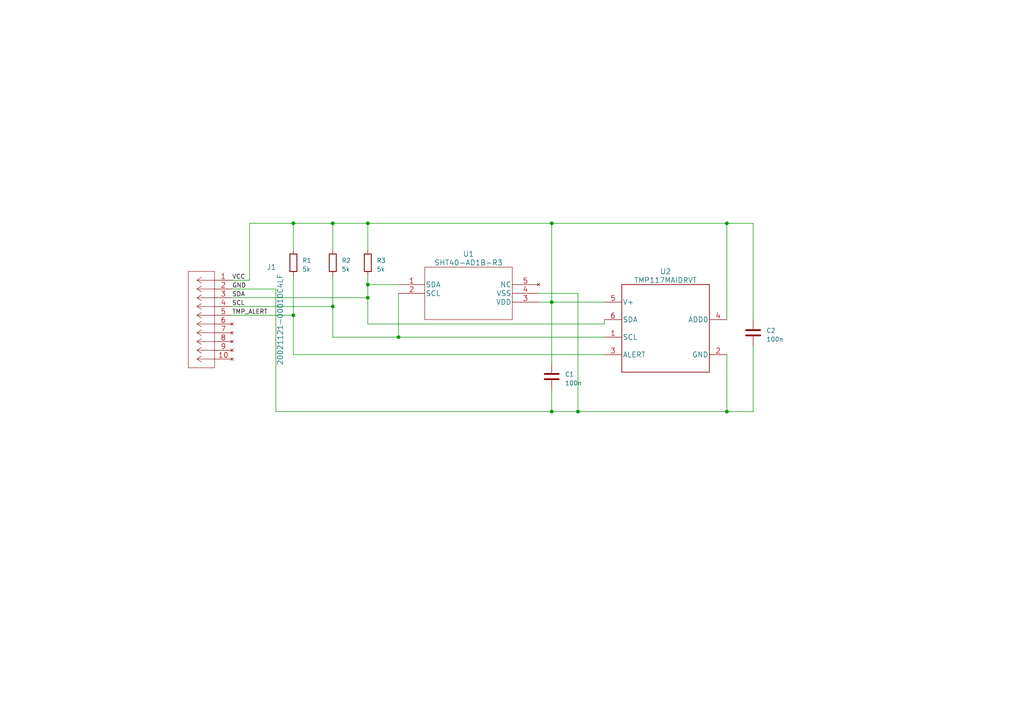
<source format=kicad_sch>
(kicad_sch (version 20230121) (generator eeschema)
  (paper "A4")
  (lib_symbols
    (symbol "20021121-00010C4LF:20021121-00010C4LF" (pin_names (offset 0.254) hide)
      (property "Reference" "J5" (at -11.43 3.81 0))
      (property "Value" "20021121-00010C4LF" (at -13.97 -11.43 90))
      (symbol "20021121-00010C4LF_1_1"
        (polyline (pts (xy 5.08 -25.4) (xy 12.7 -25.4)) (stroke (width 0.127)))
        (polyline (pts (xy 5.08 2.54) (xy 5.08 -25.4)) (stroke (width 0.127)))
        (polyline (pts (xy 10.16 -22.86) (xy 5.08 -22.86)) (stroke (width 0.127)))
        (polyline (pts (xy 10.16 -22.86) (xy 8.89 -23.6982)) (stroke (width 0.127)))
        (polyline (pts (xy 10.16 -22.86) (xy 8.89 -22.0218)) (stroke (width 0.127)))
        (polyline (pts (xy 10.16 -20.32) (xy 5.08 -20.32)) (stroke (width 0.127)))
        (polyline (pts (xy 10.16 -20.32) (xy 8.89 -21.1582)) (stroke (width 0.127)))
        (polyline (pts (xy 10.16 -20.32) (xy 8.89 -19.4818)) (stroke (width 0.127)))
        (polyline (pts (xy 10.16 -17.78) (xy 5.08 -17.78)) (stroke (width 0.127)))
        (polyline (pts (xy 10.16 -17.78) (xy 8.89 -18.6182)) (stroke (width 0.127)))
        (polyline (pts (xy 10.16 -17.78) (xy 8.89 -16.9418)) (stroke (width 0.127)))
        (polyline (pts (xy 10.16 -15.24) (xy 5.08 -15.24)) (stroke (width 0.127)))
        (polyline (pts (xy 10.16 -15.24) (xy 8.89 -16.0782)) (stroke (width 0.127)))
        (polyline (pts (xy 10.16 -15.24) (xy 8.89 -14.4018)) (stroke (width 0.127)))
        (polyline (pts (xy 10.16 -12.7) (xy 5.08 -12.7)) (stroke (width 0.127)))
        (polyline (pts (xy 10.16 -12.7) (xy 8.89 -13.5382)) (stroke (width 0.127)))
        (polyline (pts (xy 10.16 -12.7) (xy 8.89 -11.8618)) (stroke (width 0.127)))
        (polyline (pts (xy 10.16 -10.16) (xy 5.08 -10.16)) (stroke (width 0.127)))
        (polyline (pts (xy 10.16 -10.16) (xy 8.89 -10.9982)) (stroke (width 0.127)))
        (polyline (pts (xy 10.16 -10.16) (xy 8.89 -9.3218)) (stroke (width 0.127)))
        (polyline (pts (xy 10.16 -7.62) (xy 5.08 -7.62)) (stroke (width 0.127)))
        (polyline (pts (xy 10.16 -7.62) (xy 8.89 -8.4582)) (stroke (width 0.127)))
        (polyline (pts (xy 10.16 -7.62) (xy 8.89 -6.7818)) (stroke (width 0.127)))
        (polyline (pts (xy 10.16 -5.08) (xy 5.08 -5.08)) (stroke (width 0.127)))
        (polyline (pts (xy 10.16 -5.08) (xy 8.89 -5.9182)) (stroke (width 0.127)))
        (polyline (pts (xy 10.16 -5.08) (xy 8.89 -4.2418)) (stroke (width 0.127)))
        (polyline (pts (xy 10.16 -2.54) (xy 5.08 -2.54)) (stroke (width 0.127)))
        (polyline (pts (xy 10.16 -2.54) (xy 8.89 -3.3782)) (stroke (width 0.127)))
        (polyline (pts (xy 10.16 -2.54) (xy 8.89 -1.7018)) (stroke (width 0.127)))
        (polyline (pts (xy 10.16 0) (xy 5.08 0)) (stroke (width 0.127)))
        (polyline (pts (xy 10.16 0) (xy 8.89 -0.8382)) (stroke (width 0.127)))
        (polyline (pts (xy 10.16 0) (xy 8.89 0.8382)) (stroke (width 0.127)))
        (polyline (pts (xy 12.7 -25.4) (xy 12.7 2.54)) (stroke (width 0.127)))
        (polyline (pts (xy 12.7 2.54) (xy 5.08 2.54)) (stroke (width 0.127)))
        (pin power_out line (at 0 0 0) (length 5.08) (name "1") (number "1"))
        (pin no_connect line (at 0 -22.86 0) (length 5.08) (name "10") (number "10"))
        (pin power_out line (at 0 -2.54 0) (length 5.08) (name "2") (number "2"))
        (pin bidirectional line (at 0 -5.08 0) (length 5.08) (name "3") (number "3"))
        (pin bidirectional line (at 0 -7.62 0) (length 5.08) (name "4") (number "4"))
        (pin input line (at 0 -10.16 0) (length 5.08) (name "5") (number "5"))
        (pin no_connect line (at 0 -12.7 0) (length 5.08) (name "6") (number "6"))
        (pin no_connect line (at 0 -15.24 0) (length 5.08) (name "7") (number "7"))
        (pin no_connect line (at 0 -17.78 0) (length 5.08) (name "8") (number "8"))
        (pin no_connect line (at 0 -20.32 0) (length 5.08) (name "9") (number "9"))
      )
    )
    (symbol "Device:C" (pin_numbers hide) (pin_names (offset 0.254))
      (property "Reference" "C" (at 0.635 2.54 0))
      (property "Value" "C" (at 0.635 -2.54 0))
      (symbol "C_0_1"
        (polyline (pts (xy -2.032 -0.762) (xy 2.032 -0.762)) (stroke (width 0.508)))
        (polyline (pts (xy -2.032 0.762) (xy 2.032 0.762)) (stroke (width 0.508)))
      )
      (symbol "C_1_1"
        (pin passive line (at 0 3.81 270) (length 2.794) (name "~") (number "1"))
        (pin passive line (at 0 -3.81 90) (length 2.794) (name "~") (number "2"))
      )
    )
    (symbol "Device:R" (pin_numbers hide) (pin_names (offset 0))
      (property "Reference" "R" (at 2.032 0 90))
      (property "Value" "R" (at 0 0 90))
      (symbol "R_0_1"
        (rectangle (start -1.016 -2.54) (end 1.016 2.54) (stroke (width 0.254)))
      )
      (symbol "R_1_1"
        (pin passive line (at 0 3.81 270) (length 1.27) (name "~") (number "1"))
        (pin passive line (at 0 -3.81 90) (length 1.27) (name "~") (number "2"))
      )
    )
    (symbol "SHT40-AD1B-R2:SHT40-AD1B-R2" (pin_names (offset 0.254))
      (property "Reference" "U" (at 20.32 10.16 0))
      (property "Value" "SHT40-AD1B-R2" (at 20.32 7.62 0))
      (symbol "SHT40-AD1B-R2_1_1"
        (polyline (pts (xy 7.62 -10.16) (xy 33.02 -10.16)) (stroke (width 0.127)))
        (polyline (pts (xy 7.62 5.08) (xy 7.62 -10.16)) (stroke (width 0.127)))
        (polyline (pts (xy 33.02 -10.16) (xy 33.02 5.08)) (stroke (width 0.127)))
        (polyline (pts (xy 33.02 5.08) (xy 7.62 5.08)) (stroke (width 0.127)))
        (pin bidirectional line (at 0 0 0) (length 7.62) (name "SDA") (number "1"))
        (pin input line (at 0 -2.54 0) (length 7.62) (name "SCL") (number "2"))
        (pin power_in line (at 40.64 -5.08 180) (length 7.62) (name "VDD") (number "3"))
        (pin power_in line (at 40.64 -2.54 180) (length 7.62) (name "VSS") (number "4"))
        (pin no_connect line (at 40.64 0 180) (length 7.62) (name "NC") (number "5"))
      )
    )
    (symbol "TMP117MAIDRVT:TMP117MAIDRVT" (pin_names (offset 0.254))
      (property "Reference" "U" (at 0 2.54 0))
      (property "Value" "TMP117MAIDRVT" (at 0 0 0))
      (symbol "TMP117MAIDRVT_1_1"
        (polyline (pts (xy -12.7 -12.7) (xy 12.7 -12.7)) (stroke (width 0.2032)))
        (polyline (pts (xy -12.7 12.7) (xy -12.7 -12.7)) (stroke (width 0.2032)))
        (polyline (pts (xy 12.7 -12.7) (xy 12.7 12.7)) (stroke (width 0.2032)))
        (polyline (pts (xy 12.7 12.7) (xy -12.7 12.7)) (stroke (width 0.2032)))
        (pin open_collector line (at -17.78 -2.54 0) (length 5.08) (name "SCL") (number "1"))
        (pin power_in line (at 17.78 -7.62 180) (length 5.08) (name "GND") (number "2"))
        (pin open_collector line (at -17.78 -7.62 0) (length 5.08) (name "ALERT") (number "3"))
        (pin input line (at 17.78 2.54 180) (length 5.08) (name "ADD0") (number "4"))
        (pin power_in line (at -17.78 7.62 0) (length 5.08) (name "V+") (number "5"))
        (pin bidirectional line (at -17.78 2.54 0) (length 5.08) (name "SDA") (number "6"))
      )
    )
  )
  (junction (at 160.02 87.63))
  (junction (at 160.02 64.77))
  (junction (at 210.82 119.38))
  (junction (at 106.68 86.36))
  (junction (at 106.68 82.55))
  (junction (at 96.52 88.9))
  (junction (at 167.64 119.38))
  (junction (at 85.09 64.77))
  (junction (at 106.68 64.77))
  (junction (at 160.02 119.38))
  (junction (at 210.82 64.77))
  (junction (at 96.52 64.77))
  (junction (at 115.57 97.79))
  (junction (at 85.09 91.44))
  (wire (pts (xy 160.02 64.77) (xy 160.02 87.63)))
  (wire (pts (xy 67.31 83.82) (xy 80.01 83.82)))
  (wire (pts (xy 85.09 80.01) (xy 85.09 91.44)))
  (wire (pts (xy 167.64 85.09) (xy 167.64 119.38)))
  (wire (pts (xy 96.52 64.77) (xy 106.68 64.77)))
  (wire (pts (xy 160.02 87.63) (xy 175.26 87.63)))
  (wire (pts (xy 106.68 72.39) (xy 106.68 64.77)))
  (wire (pts (xy 156.21 85.09) (xy 167.64 85.09)))
  (wire (pts (xy 106.68 82.55) (xy 115.57 82.55)))
  (wire (pts (xy 96.52 72.39) (xy 96.52 64.77)))
  (wire (pts (xy 67.31 88.9) (xy 96.52 88.9)))
  (wire (pts (xy 85.09 91.44) (xy 85.09 102.87)))
  (wire (pts (xy 85.09 64.77) (xy 96.52 64.77)))
  (wire (pts (xy 96.52 80.01) (xy 96.52 88.9)))
  (wire (pts (xy 160.02 119.38) (xy 167.64 119.38)))
  (wire (pts (xy 106.68 82.55) (xy 106.68 86.36)))
  (wire (pts (xy 167.64 119.38) (xy 210.82 119.38)))
  (wire (pts (xy 85.09 102.87) (xy 175.26 102.87)))
  (wire (pts (xy 106.68 64.77) (xy 160.02 64.77)))
  (wire (pts (xy 218.44 92.71) (xy 218.44 64.77)))
  (wire (pts (xy 72.39 81.28) (xy 67.31 81.28)))
  (wire (pts (xy 67.31 91.44) (xy 85.09 91.44)))
  (wire (pts (xy 80.01 119.38) (xy 160.02 119.38)))
  (wire (pts (xy 106.68 93.98) (xy 175.26 93.98)))
  (wire (pts (xy 218.44 119.38) (xy 210.82 119.38)))
  (wire (pts (xy 96.52 88.9) (xy 96.52 97.79)))
  (wire (pts (xy 72.39 64.77) (xy 85.09 64.77)))
  (wire (pts (xy 156.21 87.63) (xy 160.02 87.63)))
  (wire (pts (xy 210.82 102.87) (xy 210.82 119.38)))
  (wire (pts (xy 96.52 97.79) (xy 115.57 97.79)))
  (wire (pts (xy 210.82 64.77) (xy 160.02 64.77)))
  (wire (pts (xy 106.68 86.36) (xy 106.68 93.98)))
  (wire (pts (xy 67.31 86.36) (xy 106.68 86.36)))
  (wire (pts (xy 218.44 64.77) (xy 210.82 64.77)))
  (wire (pts (xy 160.02 113.03) (xy 160.02 119.38)))
  (wire (pts (xy 85.09 72.39) (xy 85.09 64.77)))
  (wire (pts (xy 218.44 100.33) (xy 218.44 119.38)))
  (wire (pts (xy 106.68 80.01) (xy 106.68 82.55)))
  (wire (pts (xy 210.82 64.77) (xy 210.82 92.71)))
  (wire (pts (xy 115.57 85.09) (xy 115.57 97.79)))
  (wire (pts (xy 72.39 64.77) (xy 72.39 81.28)))
  (wire (pts (xy 80.01 83.82) (xy 80.01 119.38)))
  (wire (pts (xy 115.57 97.79) (xy 175.26 97.79)))
  (wire (pts (xy 175.26 93.98) (xy 175.26 92.71)))
  (wire (pts (xy 160.02 87.63) (xy 160.02 105.41)))
  (label "VCC" (at 67.31 81.28 0))
  (label "TMP_ALERT" (at 67.31 91.44 0))
  (label "SCL" (at 67.31 88.9 0))
  (label "GND" (at 67.31 83.82 0))
  (label "SDA" (at 67.31 86.36 0))
  (symbol (lib_id "Device:R") (at 106.68 76.2 0) (unit 1)
    (property "Reference" "R3" (at 109.22 75.565 0) (effects (justify left)))
    (property "Value" "5k" (at 109.22 78.105 0) (effects (justify left)))
    (property "Footprint" "Resistor_SMD:R_0603_1608Metric_Pad0.98x0.95mm_HandSolder" (effects hide))
    (property "Digikey" "13-RT0603BRE075KLCT-ND" (effects hide))
  )
  (symbol (lib_id "Device:R") (at 96.52 76.2 0) (unit 1)
    (property "Reference" "R2" (at 99.06 75.565 0) (effects (justify left)))
    (property "Value" "5k" (at 99.06 78.105 0) (effects (justify left)))
    (property "Footprint" "Resistor_SMD:R_0603_1608Metric_Pad0.98x0.95mm_HandSolder" (effects hide))
    (property "Digikey" "13-RT0603BRE075KLCT-ND" (effects hide))
  )
  (symbol (lib_id "Device:C") (at 160.02 109.22 0) (unit 1)
    (property "Reference" "C1" (at 163.83 108.585 0) (effects (justify left)))
    (property "Value" "100n" (at 163.83 111.125 0) (effects (justify left)))
    (property "Footprint" "Capacitor_SMD:C_0603_1608Metric_Pad1.08x0.95mm_HandSolder" (effects hide))
    (property "Digikey" "587-1245-1-ND" (effects hide))
  )
  (symbol (lib_id "TMP117MAIDRVT:TMP117MAIDRVT") (at 193.04 95.25 0) (unit 1)
    (property "Reference" "U2" (at 193.04 78.74 0) (effects (font (size 1.524 1.524))))
    (property "Value" "TMP117MAIDRVT" (at 193.04 81.28 0) (effects (font (size 1.524 1.524))))
    (property "Footprint" "TMP117MAIDRVT:TMP117MAIDRVT" (effects hide))
    (property "Digikey" "296-52215-1-ND" (effects hide))
  )
  (symbol (lib_id "Device:R") (at 85.09 76.2 0) (unit 1)
    (property "Reference" "R1" (at 87.63 75.565 0) (effects (justify left)))
    (property "Value" "5k" (at 87.63 78.105 0) (effects (justify left)))
    (property "Footprint" "Resistor_SMD:R_0603_1608Metric_Pad0.98x0.95mm_HandSolder" (effects hide))
    (property "Digikey" "13-RT0603BRE075KLCT-ND" (effects hide))
  )
  (symbol (lib_id "SHT40-AD1B-R2:SHT40-AD1B-R2") (at 115.57 82.55 0) (unit 1)
    (property "Reference" "U1" (at 135.89 73.66 0) (effects (font (size 1.524 1.524))))
    (property "Value" "SHT40-AD1B-R3" (at 135.89 76.2 0) (effects (font (size 1.524 1.524))))
    (property "Footprint" "SHT40-AD1B-R3:SHT40-AD1B-R2" (effects hide))
    (property "Digikey" "1649-SHT40-AD1B-R3CT-ND" (effects hide))
  )
  (symbol (lib_id "20021121-00010C4LF:20021121-00010C4LF") (at 67.31 81.28 0) (mirror y) (unit 1)
    (property "Reference" "J1" (at 78.74 77.47 0) (effects (font (size 1.524 1.524))))
    (property "Value" "20021121-00010C4LF" (at 81.28 92.71 90) (effects (font (size 1.524 1.524))))
    (property "Footprint" "20021121-00010C4LF:20021121-00010C4LF" (effects hide))
    (property "Digikey" "609-3695-1-ND" (effects hide))
  )
  (symbol (lib_id "Device:C") (at 218.44 96.52 0) (unit 1)
    (property "Reference" "C2" (at 222.25 95.885 0) (effects (justify left)))
    (property "Value" "100n" (at 222.25 98.425 0) (effects (justify left)))
    (property "Footprint" "Capacitor_SMD:C_0603_1608Metric_Pad1.08x0.95mm_HandSolder" (effects hide))
    (property "Digikey" "587-1245-1-ND" (effects hide))
  )
)
</source>
